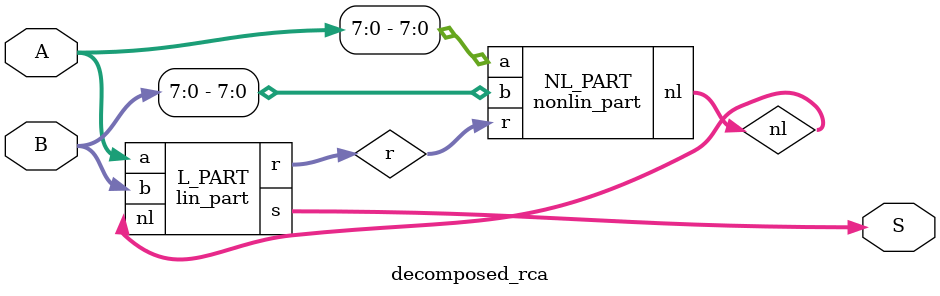
<source format=v>


module nonlin_part ( a, b, r, nl );
  input [7:0] a;
  input [7:0] b;
  input [5:0] r;
  output [21:0] nl;


  AN2D0 U1 ( .A1(r[1]), .A2(b[3]), .Z(nl[9]) );
  AN2D0 U2 ( .A1(a[3]), .A2(r[1]), .Z(nl[8]) );
  AN2D0 U3 ( .A1(a[3]), .A2(b[3]), .Z(nl[7]) );
  AN2D0 U4 ( .A1(r[0]), .A2(b[2]), .Z(nl[6]) );
  AN2D0 U5 ( .A1(a[2]), .A2(r[0]), .Z(nl[5]) );
  AN2D0 U6 ( .A1(a[2]), .A2(b[2]), .Z(nl[4]) );
  AN2D0 U7 ( .A1(b[1]), .A2(nl[0]), .Z(nl[3]) );
  AN2D0 U8 ( .A1(a[1]), .A2(nl[0]), .Z(nl[2]) );
  AN2D0 U9 ( .A1(r[5]), .A2(b[7]), .Z(nl[21]) );
  AN2D0 U10 ( .A1(a[7]), .A2(r[5]), .Z(nl[20]) );
  AN2D0 U11 ( .A1(a[1]), .A2(b[1]), .Z(nl[1]) );
  AN2D0 U12 ( .A1(a[7]), .A2(b[7]), .Z(nl[19]) );
  AN2D0 U13 ( .A1(r[4]), .A2(b[6]), .Z(nl[18]) );
  AN2D0 U14 ( .A1(a[6]), .A2(r[4]), .Z(nl[17]) );
  AN2D0 U15 ( .A1(a[6]), .A2(b[6]), .Z(nl[16]) );
  AN2D0 U16 ( .A1(r[3]), .A2(b[5]), .Z(nl[15]) );
  AN2D0 U17 ( .A1(a[5]), .A2(r[3]), .Z(nl[14]) );
  AN2D0 U18 ( .A1(a[5]), .A2(b[5]), .Z(nl[13]) );
  AN2D0 U19 ( .A1(r[2]), .A2(b[4]), .Z(nl[12]) );
  AN2D0 U20 ( .A1(a[4]), .A2(r[2]), .Z(nl[11]) );
  AN2D0 U21 ( .A1(a[4]), .A2(b[4]), .Z(nl[10]) );
  AN2D0 U22 ( .A1(b[0]), .A2(a[0]), .Z(nl[0]) );
endmodule


module lin_part ( a, b, nl, s, r );
  input [8:0] a;
  input [8:0] b;
  input [21:0] nl;
  output [8:0] s;
  output [5:0] r;
  wire   n1;

  XOR3D0 U1 ( .A1(b[8]), .A2(a[8]), .A3(n1), .Z(s[8]) );
  XOR3D0 U2 ( .A1(nl[21]), .A2(nl[20]), .A3(nl[19]), .Z(n1) );
  XOR3D0 U3 ( .A1(b[7]), .A2(a[7]), .A3(r[5]), .Z(s[7]) );
  XOR3D0 U4 ( .A1(b[6]), .A2(a[6]), .A3(r[4]), .Z(s[6]) );
  XOR3D0 U5 ( .A1(b[5]), .A2(a[5]), .A3(r[3]), .Z(s[5]) );
  XOR3D0 U6 ( .A1(b[4]), .A2(a[4]), .A3(r[2]), .Z(s[4]) );
  XOR3D0 U7 ( .A1(b[3]), .A2(a[3]), .A3(r[1]), .Z(s[3]) );
  XOR3D0 U8 ( .A1(b[2]), .A2(a[2]), .A3(r[0]), .Z(s[2]) );
  XOR3D0 U9 ( .A1(nl[0]), .A2(b[1]), .A3(a[1]), .Z(s[1]) );
  XOR2D0 U10 ( .A1(b[0]), .A2(a[0]), .Z(s[0]) );
  XOR3D0 U11 ( .A1(nl[18]), .A2(nl[17]), .A3(nl[16]), .Z(r[5]) );
  XOR3D0 U12 ( .A1(nl[15]), .A2(nl[14]), .A3(nl[13]), .Z(r[4]) );
  XOR3D0 U13 ( .A1(nl[12]), .A2(nl[11]), .A3(nl[10]), .Z(r[3]) );
  XOR3D0 U14 ( .A1(nl[9]), .A2(nl[8]), .A3(nl[7]), .Z(r[2]) );
  XOR3D0 U15 ( .A1(nl[6]), .A2(nl[5]), .A3(nl[4]), .Z(r[1]) );
  XOR3D0 U16 ( .A1(nl[3]), .A2(nl[2]), .A3(nl[1]), .Z(r[0]) );
endmodule


module decomposed_rca ( A, B, S );
  input [8:0] A;
  input [8:0] B;
  output [8:0] S;

  wire   [5:0] r;
  wire   [21:0] nl;

  nonlin_part NL_PART ( .a(A[7:0]), .b(B[7:0]), .r(r), .nl(nl) );
  lin_part L_PART ( .a(A), .b(B), .nl(nl), .s(S), .r(r) );
endmodule


</source>
